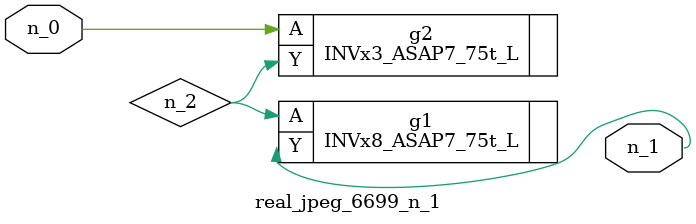
<source format=v>
module real_jpeg_6699_n_1 (n_0, n_1);

input n_0;

output n_1;

wire n_2;

INVx3_ASAP7_75t_L g2 ( 
.A(n_0),
.Y(n_2)
);

INVx8_ASAP7_75t_L g1 ( 
.A(n_2),
.Y(n_1)
);


endmodule
</source>
